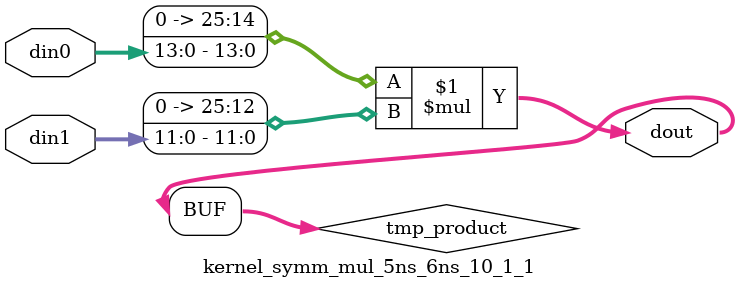
<source format=v>

`timescale 1 ns / 1 ps

  module kernel_symm_mul_5ns_6ns_10_1_1(din0, din1, dout);
parameter ID = 1;
parameter NUM_STAGE = 0;
parameter din0_WIDTH = 14;
parameter din1_WIDTH = 12;
parameter dout_WIDTH = 26;

input [din0_WIDTH - 1 : 0] din0; 
input [din1_WIDTH - 1 : 0] din1; 
output [dout_WIDTH - 1 : 0] dout;

wire signed [dout_WIDTH - 1 : 0] tmp_product;










assign tmp_product = $signed({1'b0, din0}) * $signed({1'b0, din1});











assign dout = tmp_product;







endmodule

</source>
